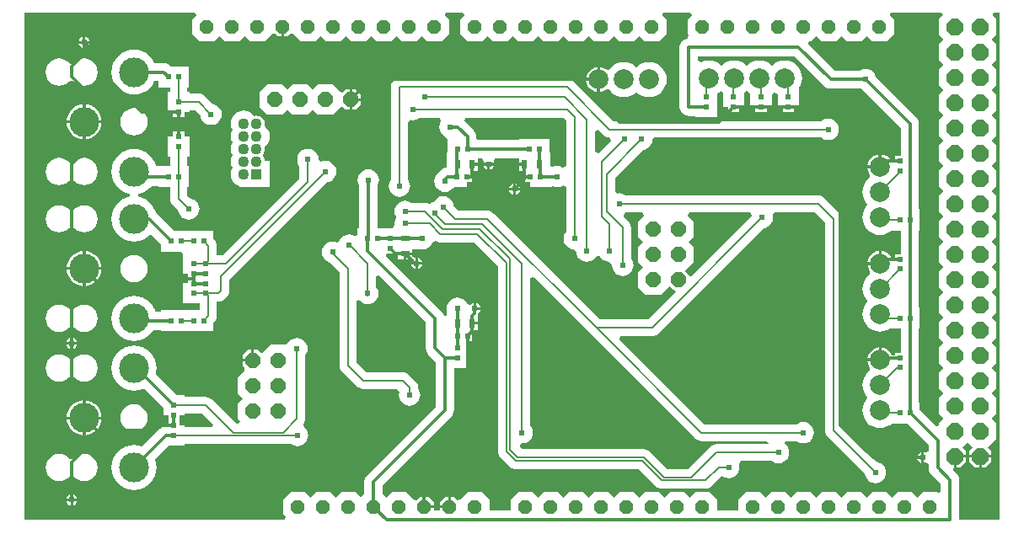
<source format=gbl>
G04 Layer_Physical_Order=2*
G04 Layer_Color=16711680*
%FSLAX44Y44*%
%MOMM*%
G71*
G01*
G75*
%ADD10R,0.5000X0.6000*%
%ADD11R,0.6000X0.9000*%
%ADD14R,0.9000X0.6000*%
%ADD15R,0.6000X0.5000*%
%ADD18C,0.1524*%
%ADD19C,0.3048*%
%ADD20P,1.5396X8X112.5*%
%ADD21P,1.6777X8X112.5*%
%ADD22P,1.6496X8X292.5*%
%ADD23C,3.0000*%
%ADD24C,1.1080*%
%ADD25R,1.1080X1.1080*%
%ADD26P,1.8145X8X292.5*%
%ADD27C,2.0000*%
%ADD28C,0.6096*%
G36*
X754046Y601498D02*
Y555348D01*
X750998Y553845D01*
X750380Y554319D01*
X747785Y555393D01*
X745000Y555760D01*
X742215Y555393D01*
X741168Y554960D01*
X740430Y555120D01*
X738153Y556777D01*
X738120Y556832D01*
Y569620D01*
X737620D01*
Y583120D01*
X707380D01*
Y581723D01*
X665120D01*
Y583120D01*
X664223D01*
Y585000D01*
X663909Y587387D01*
X662987Y589611D01*
X661522Y591522D01*
X652046Y600998D01*
X652535Y603011D01*
X653239Y604046D01*
X751498D01*
X754046Y601498D01*
D02*
G37*
G36*
X791522Y586522D02*
X793273Y585178D01*
X795312Y584334D01*
X797500Y584046D01*
X797779D01*
X799041Y580998D01*
X786502Y568459D01*
X783454Y569721D01*
Y590607D01*
X786270Y591773D01*
X791522Y586522D01*
D02*
G37*
G36*
X1190000Y200000D02*
X1149223D01*
Y240000D01*
X1148909Y242387D01*
X1147987Y244611D01*
X1146522Y246522D01*
X1142875Y250168D01*
X1143757Y252297D01*
Y263906D01*
X1145027D01*
Y265176D01*
X1155949D01*
Y269367D01*
X1152730Y272586D01*
X1153028Y273304D01*
X1157727Y278003D01*
X1162426Y273304D01*
X1162723Y272586D01*
X1159505Y269367D01*
Y265176D01*
X1170427D01*
Y263906D01*
D01*
Y265176D01*
X1181349D01*
Y269367D01*
X1178130Y272586D01*
X1178428Y273304D01*
X1186429Y281305D01*
Y297307D01*
X1181730Y302006D01*
X1186429Y306705D01*
Y322707D01*
X1181730Y327406D01*
X1186429Y332105D01*
Y348107D01*
X1181730Y352806D01*
X1186429Y357505D01*
Y373507D01*
X1181730Y378206D01*
X1186429Y382905D01*
Y398907D01*
X1181730Y403606D01*
X1186429Y408305D01*
Y424307D01*
X1181730Y429006D01*
X1186429Y433705D01*
Y449707D01*
X1181730Y454406D01*
X1186429Y459105D01*
Y475107D01*
X1181730Y479806D01*
X1186429Y484505D01*
Y500507D01*
X1181730Y505206D01*
X1186429Y509905D01*
Y525907D01*
X1181730Y530606D01*
X1186429Y535305D01*
Y551307D01*
X1181730Y556006D01*
X1186429Y560705D01*
Y576707D01*
X1181730Y581406D01*
X1186429Y586105D01*
Y602107D01*
X1181730Y606806D01*
X1186429Y611505D01*
Y627507D01*
X1181730Y632206D01*
X1186429Y636905D01*
Y652907D01*
X1181730Y657606D01*
X1186429Y662305D01*
Y678307D01*
X1181730Y683006D01*
X1186429Y687705D01*
Y703707D01*
X1182952Y707184D01*
X1184118Y710000D01*
X1190000D01*
Y200000D01*
D02*
G37*
G36*
X778628Y386916D02*
X884022Y281522D01*
X885773Y280178D01*
X887812Y279334D01*
X890000Y279046D01*
X956311D01*
X957877Y275998D01*
X957846Y275954D01*
X905000D01*
X902812Y275666D01*
X900773Y274822D01*
X899022Y273478D01*
X876568Y251024D01*
X855932D01*
X838960Y267997D01*
X838590Y268478D01*
X836839Y269822D01*
X834800Y270666D01*
X832612Y270954D01*
X710007D01*
X707503Y273589D01*
X707556Y274454D01*
X710000Y276740D01*
X712785Y277107D01*
X715380Y278181D01*
X717608Y279891D01*
X719318Y282120D01*
X720393Y284715D01*
X720760Y287500D01*
X720393Y290285D01*
X719318Y292880D01*
X718454Y294006D01*
Y443107D01*
X721270Y444273D01*
X778628Y386916D01*
D02*
G37*
G36*
X940174Y507530D02*
X940775Y505998D01*
X940651Y505060D01*
X880003Y444411D01*
X877187Y445578D01*
Y446851D01*
X873914Y450124D01*
X874582Y451736D01*
X882267Y459421D01*
Y474791D01*
X877252Y479806D01*
X882267Y484821D01*
Y500191D01*
X876460Y505998D01*
X877723Y509046D01*
X939162D01*
X940174Y507530D01*
D02*
G37*
G36*
X1132502Y707184D02*
X1129025Y703707D01*
Y687705D01*
X1133724Y683006D01*
X1129025Y678307D01*
Y662305D01*
X1133724Y657606D01*
X1129025Y652907D01*
Y636905D01*
X1133724Y632206D01*
X1129025Y627507D01*
Y611505D01*
X1133724Y606806D01*
X1129025Y602107D01*
Y586105D01*
X1133724Y581406D01*
X1129025Y576707D01*
Y560705D01*
X1133724Y556006D01*
X1129025Y551307D01*
Y535305D01*
X1133724Y530606D01*
X1129025Y525907D01*
Y509905D01*
X1133724Y505206D01*
X1129025Y500507D01*
Y484505D01*
X1133724Y479806D01*
X1129025Y475107D01*
Y459105D01*
X1133724Y454406D01*
X1129025Y449707D01*
Y433705D01*
X1133724Y429006D01*
X1129025Y424307D01*
Y408305D01*
X1133724Y403606D01*
X1129025Y398907D01*
Y382905D01*
X1133724Y378206D01*
X1129025Y373507D01*
Y357505D01*
X1133724Y352806D01*
X1129025Y348107D01*
Y332105D01*
X1133724Y327406D01*
X1129025Y322707D01*
Y306705D01*
X1133724Y302006D01*
X1129025Y297307D01*
Y295001D01*
X1126209Y293834D01*
X1109620Y310423D01*
Y318120D01*
X1108723D01*
Y391880D01*
X1109620D01*
Y413120D01*
X1108723D01*
Y490880D01*
X1109620D01*
Y512120D01*
X1108723D01*
Y598000D01*
X1108409Y600387D01*
X1107487Y602612D01*
X1106022Y604522D01*
X1065414Y645129D01*
X1065393Y645285D01*
X1064318Y647880D01*
X1062608Y650108D01*
X1060380Y651818D01*
X1057785Y652893D01*
X1055000Y653260D01*
X1052215Y652893D01*
X1049620Y651818D01*
X1049495Y651723D01*
X1023820D01*
X997385Y678158D01*
X998552Y680974D01*
X999993D01*
X1005327Y686308D01*
X1010661Y680974D01*
X1025393D01*
X1030727Y686308D01*
X1036061Y680974D01*
X1050793D01*
X1056127Y686308D01*
X1061461Y680974D01*
X1076193D01*
X1083559Y688340D01*
Y703072D01*
X1079447Y707184D01*
X1080613Y710000D01*
X1131336D01*
X1132502Y707184D01*
D02*
G37*
G36*
X880407D02*
X876295Y703072D01*
Y688340D01*
X877495Y687139D01*
X876264Y684060D01*
X875113Y683909D01*
X872889Y682987D01*
X870978Y681522D01*
X869513Y679611D01*
X868591Y677387D01*
X868277Y675000D01*
Y615000D01*
X868591Y612613D01*
X869513Y610388D01*
X870978Y608478D01*
X872889Y607013D01*
X875113Y606091D01*
X877500Y605777D01*
X884380D01*
Y604880D01*
X905620D01*
Y614880D01*
Y628360D01*
X907337Y629278D01*
X908993Y630637D01*
X911880Y629063D01*
Y614880D01*
X916960D01*
Y609960D01*
X928040D01*
Y614880D01*
X933120D01*
Y629593D01*
X935419Y631480D01*
X935780D01*
X938464Y629278D01*
X939380Y628788D01*
Y614880D01*
X944460D01*
Y609960D01*
X955540D01*
Y614880D01*
X960620D01*
Y627997D01*
X963668Y629438D01*
X963864Y629278D01*
X966880Y627665D01*
Y614880D01*
X971960D01*
Y609960D01*
X983040D01*
Y614880D01*
X988120D01*
Y633795D01*
X988421Y634163D01*
X990058Y637224D01*
X991065Y640545D01*
X991405Y643999D01*
X991065Y647453D01*
X990058Y650775D01*
X988421Y653836D01*
X986219Y656519D01*
X983537Y658721D01*
X980475Y660357D01*
X977154Y661364D01*
X973700Y661704D01*
X970246Y661364D01*
X966925Y660357D01*
X963864Y658721D01*
X961180Y656519D01*
X960819D01*
X958137Y658721D01*
X955076Y660357D01*
X951754Y661364D01*
X948300Y661704D01*
X944846Y661364D01*
X941525Y660357D01*
X938464Y658721D01*
X935780Y656519D01*
X935419D01*
X932737Y658721D01*
X929676Y660357D01*
X926354Y661364D01*
X922900Y661704D01*
X919446Y661364D01*
X916124Y660357D01*
X913064Y658721D01*
X910380Y656519D01*
X910020D01*
X907337Y658721D01*
X904276Y660357D01*
X900954Y661364D01*
X897500Y661704D01*
X894046Y661364D01*
X890724Y660357D01*
X889771Y659847D01*
X886723Y661674D01*
Y665777D01*
X983680D01*
X1013478Y635979D01*
X1013478Y635978D01*
X1015388Y634513D01*
X1017613Y633591D01*
X1020000Y633277D01*
X1049495D01*
X1049620Y633181D01*
X1052215Y632107D01*
X1052371Y632086D01*
X1090277Y594180D01*
Y566040D01*
X1084460D01*
Y561120D01*
X1080455D01*
X1080454Y561124D01*
X1078444Y563744D01*
X1075824Y565754D01*
X1072774Y567017D01*
X1070770Y567281D01*
Y554800D01*
X1069500D01*
Y553530D01*
X1057019D01*
X1057283Y551526D01*
X1058546Y548476D01*
X1059360Y547415D01*
X1059622Y544567D01*
X1058768Y543387D01*
X1056981Y541920D01*
X1054779Y539236D01*
X1053142Y536175D01*
X1052135Y532854D01*
X1051795Y529400D01*
X1052135Y525946D01*
X1053142Y522625D01*
X1054779Y519563D01*
X1056981Y516880D01*
Y516520D01*
X1054779Y513837D01*
X1053142Y510775D01*
X1052135Y507454D01*
X1051795Y504000D01*
X1052135Y500546D01*
X1053142Y497225D01*
X1054779Y494164D01*
X1056981Y491480D01*
X1059663Y489279D01*
X1062725Y487642D01*
X1066046Y486635D01*
X1069500Y486295D01*
X1072954Y486635D01*
X1076275Y487642D01*
X1079336Y489279D01*
X1081288Y490880D01*
X1090277D01*
Y467040D01*
X1084460D01*
Y462120D01*
X1081284D01*
X1080454Y464124D01*
X1078444Y466744D01*
X1075824Y468754D01*
X1072774Y470017D01*
X1070770Y470281D01*
Y457800D01*
X1069500D01*
Y456530D01*
X1057019D01*
X1057283Y454526D01*
X1058546Y451476D01*
X1059360Y450415D01*
X1059622Y447567D01*
X1058768Y446387D01*
X1056981Y444920D01*
X1054779Y442237D01*
X1053142Y439175D01*
X1052135Y435854D01*
X1051795Y432400D01*
X1052135Y428946D01*
X1053142Y425625D01*
X1054779Y422564D01*
X1056981Y419880D01*
Y419520D01*
X1054779Y416837D01*
X1053142Y413775D01*
X1052135Y410454D01*
X1051795Y407000D01*
X1052135Y403546D01*
X1053142Y400224D01*
X1054779Y397164D01*
X1056981Y394481D01*
X1059663Y392279D01*
X1062725Y390642D01*
X1066046Y389635D01*
X1069500Y389295D01*
X1072954Y389635D01*
X1076275Y390642D01*
X1076741Y390891D01*
X1079380Y391880D01*
X1079380Y391880D01*
Y391880D01*
X1079380Y391880D01*
X1090277D01*
Y368040D01*
X1084460D01*
Y365417D01*
X1081412Y364810D01*
X1080454Y367124D01*
X1078444Y369744D01*
X1075824Y371754D01*
X1072774Y373017D01*
X1070770Y373281D01*
Y360800D01*
X1069500D01*
Y359530D01*
X1057019D01*
X1057283Y357526D01*
X1058546Y354476D01*
X1059360Y353415D01*
X1059622Y350567D01*
X1058768Y349387D01*
X1056981Y347920D01*
X1054779Y345237D01*
X1053142Y342175D01*
X1052135Y338854D01*
X1051795Y335400D01*
X1052135Y331946D01*
X1053142Y328624D01*
X1054779Y325564D01*
X1056981Y322881D01*
Y322519D01*
X1054779Y319837D01*
X1053142Y316775D01*
X1052135Y313454D01*
X1051795Y310000D01*
X1052135Y306546D01*
X1053142Y303225D01*
X1054779Y300163D01*
X1056981Y297481D01*
X1059663Y295279D01*
X1062725Y293642D01*
X1066046Y292635D01*
X1069500Y292295D01*
X1072954Y292635D01*
X1076275Y293642D01*
X1079336Y295279D01*
X1081288Y296880D01*
X1097077D01*
X1118277Y275680D01*
Y268981D01*
X1115229Y267397D01*
X1114680Y267764D01*
X1113770Y267945D01*
Y262500D01*
Y257055D01*
X1114680Y257236D01*
X1115229Y257603D01*
X1118277Y256019D01*
Y252500D01*
X1118591Y250113D01*
X1119513Y247889D01*
X1120978Y245978D01*
X1130777Y236180D01*
Y228036D01*
X1127961Y226870D01*
X1126993Y227838D01*
X1112261D01*
X1106927Y222504D01*
X1101593Y227838D01*
X1086861D01*
X1081527Y222504D01*
X1076193Y227838D01*
X1061461D01*
X1056127Y222504D01*
X1050793Y227838D01*
X1036061D01*
X1030727Y222504D01*
X1025393Y227838D01*
X1010661D01*
X1005327Y222504D01*
X999993Y227838D01*
X985261D01*
X979927Y222504D01*
X974593Y227838D01*
X959861D01*
X954527Y222504D01*
X949193Y227838D01*
X934461D01*
X927095Y220472D01*
Y209223D01*
X905759D01*
Y220472D01*
X898393Y227838D01*
X883661D01*
X878327Y222504D01*
X872993Y227838D01*
X858261D01*
X852927Y222504D01*
X847593Y227838D01*
X832861D01*
X827527Y222504D01*
X822193Y227838D01*
X807461D01*
X802127Y222504D01*
X796793Y227838D01*
X782061D01*
X776727Y222504D01*
X771393Y227838D01*
X756661D01*
X751327Y222504D01*
X745993Y227838D01*
X731261D01*
X725927Y222504D01*
X720593Y227838D01*
X705861D01*
X698495Y220472D01*
Y209223D01*
X677159D01*
Y220472D01*
X669793Y227838D01*
X655061D01*
X647757Y220534D01*
X647695Y220472D01*
X644647Y219964D01*
X641853Y222758D01*
X638297D01*
Y213106D01*
X637027D01*
Y211836D01*
X627375D01*
Y209223D01*
X621279D01*
Y211836D01*
X611627D01*
Y213106D01*
X610357D01*
Y222758D01*
X606801D01*
X604007Y219964D01*
X600959Y220472D01*
X600897Y220534D01*
X593593Y227838D01*
X578861D01*
X573527Y222504D01*
X570050Y225981D01*
Y234507D01*
X639022Y303478D01*
X640487Y305389D01*
X641409Y307613D01*
X641723Y310000D01*
Y352380D01*
X655620D01*
Y362380D01*
Y379460D01*
X660040D01*
Y390460D01*
X665540D01*
Y396230D01*
X660000D01*
Y398770D01*
X665540D01*
Y404540D01*
X665540Y404540D01*
X665207Y407588D01*
X666529Y408471D01*
X667764Y410320D01*
X667945Y411230D01*
X662500D01*
Y412500D01*
X661230D01*
Y417945D01*
X660320Y417764D01*
X658471Y416529D01*
X658209Y416137D01*
X654850Y416596D01*
X654318Y417880D01*
X652608Y420108D01*
X650380Y421819D01*
X647785Y422893D01*
X645000Y423260D01*
X642215Y422893D01*
X639620Y421819D01*
X637392Y420108D01*
X635681Y417880D01*
X634607Y415285D01*
X634240Y412500D01*
X634380Y409620D01*
X634380Y409620D01*
X634380Y409620D01*
Y405373D01*
X631409Y404887D01*
X630487Y407112D01*
X629022Y409022D01*
X573131Y464912D01*
X574394Y467960D01*
X583040D01*
X585460Y466444D01*
Y461960D01*
X591230D01*
Y467500D01*
X592500D01*
Y468770D01*
X599540D01*
Y471880D01*
X604620D01*
X604620Y471880D01*
X607668Y472047D01*
X610000Y471740D01*
X612785Y472107D01*
X615380Y473181D01*
X617608Y474892D01*
X619319Y477120D01*
X620026Y478828D01*
X622923Y480101D01*
X623516Y480078D01*
X625312Y479334D01*
X627500Y479046D01*
X661498D01*
X685998Y454546D01*
Y268738D01*
X686286Y266549D01*
X686780Y265355D01*
X687130Y264510D01*
X688474Y262759D01*
X697759Y253474D01*
X699510Y252130D01*
X700355Y251780D01*
X701549Y251286D01*
X703737Y250998D01*
X827046D01*
X844500Y233544D01*
X846251Y232200D01*
X847095Y231850D01*
X848290Y231356D01*
X850478Y231068D01*
X894522D01*
X896710Y231356D01*
X897905Y231850D01*
X898749Y232200D01*
X900500Y233544D01*
X910998Y244042D01*
X912120Y243181D01*
X914715Y242107D01*
X917500Y241740D01*
X920285Y242107D01*
X922880Y243181D01*
X925108Y244891D01*
X926818Y247120D01*
X927893Y249715D01*
X928260Y252500D01*
X927893Y255285D01*
X927598Y255998D01*
X929635Y259046D01*
X960994D01*
X962120Y258181D01*
X964715Y257107D01*
X967500Y256740D01*
X970285Y257107D01*
X972880Y258181D01*
X975108Y259891D01*
X976818Y262120D01*
X977893Y264715D01*
X978260Y267500D01*
X977893Y270285D01*
X976818Y272880D01*
X975108Y275109D01*
X973950Y275998D01*
X974984Y279046D01*
X985994D01*
X987120Y278181D01*
X989715Y277107D01*
X992500Y276740D01*
X995285Y277107D01*
X997880Y278181D01*
X1000108Y279891D01*
X1001818Y282120D01*
X1002893Y284715D01*
X1003260Y287500D01*
X1002893Y290285D01*
X1001818Y292880D01*
X1000108Y295109D01*
X997880Y296819D01*
X995285Y297893D01*
X992500Y298260D01*
X989715Y297893D01*
X987120Y296819D01*
X985994Y295954D01*
X893502D01*
X807833Y381624D01*
X808999Y384440D01*
X840442D01*
X842630Y384728D01*
X843825Y385223D01*
X844669Y385572D01*
X846420Y386916D01*
X952607Y493103D01*
X954015Y493289D01*
X956610Y494364D01*
X958839Y496073D01*
X960548Y498302D01*
X961623Y500897D01*
X961990Y503682D01*
X961685Y505998D01*
X962286Y507530D01*
X963298Y509046D01*
X1003998D01*
X1014046Y498998D01*
Y290000D01*
X1014334Y287812D01*
X1014828Y286617D01*
X1015178Y285773D01*
X1016522Y284022D01*
X1054421Y246122D01*
X1054607Y244715D01*
X1055682Y242120D01*
X1057392Y239891D01*
X1059620Y238181D01*
X1062215Y237107D01*
X1065000Y236740D01*
X1067785Y237107D01*
X1070380Y238181D01*
X1072608Y239891D01*
X1074318Y242120D01*
X1075393Y244715D01*
X1075760Y247500D01*
X1075393Y250285D01*
X1074318Y252880D01*
X1072608Y255109D01*
X1070380Y256819D01*
X1067785Y257893D01*
X1066377Y258079D01*
X1030954Y293502D01*
Y502500D01*
X1030666Y504688D01*
X1029822Y506727D01*
X1028478Y508478D01*
X1013478Y523478D01*
X1011727Y524822D01*
X1010883Y525172D01*
X1009688Y525666D01*
X1007500Y525954D01*
X814006D01*
X812880Y526819D01*
X810285Y527893D01*
X807500Y528260D01*
X806502Y528129D01*
X803454Y530417D01*
Y543998D01*
X831377Y571921D01*
X832785Y572107D01*
X835380Y573181D01*
X837608Y574892D01*
X839318Y577120D01*
X840393Y579715D01*
X840760Y582500D01*
X842116Y584046D01*
X1010994D01*
X1012120Y583181D01*
X1014715Y582107D01*
X1017500Y581740D01*
X1020285Y582107D01*
X1022880Y583181D01*
X1025108Y584892D01*
X1026818Y587120D01*
X1027893Y589715D01*
X1028260Y592500D01*
X1027893Y595285D01*
X1026818Y597880D01*
X1025108Y600108D01*
X1022880Y601819D01*
X1020285Y602893D01*
X1017500Y603260D01*
X1014715Y602893D01*
X1012120Y601819D01*
X1010994Y600954D01*
X801002D01*
X760978Y640978D01*
X759227Y642322D01*
X758383Y642672D01*
X757188Y643166D01*
X755000Y643454D01*
X586740D01*
X584552Y643166D01*
X582513Y642322D01*
X580762Y640978D01*
X579418Y639227D01*
X578574Y637188D01*
X578286Y635000D01*
Y541938D01*
X577421Y540812D01*
X576347Y538217D01*
X575980Y535432D01*
X576347Y532647D01*
X577421Y530052D01*
X579132Y527823D01*
X581360Y526114D01*
X583955Y525039D01*
X586740Y524672D01*
X589525Y525039D01*
X592120Y526114D01*
X594348Y527823D01*
X596059Y530052D01*
X597133Y532647D01*
X597500Y535432D01*
X597133Y538217D01*
X596059Y540812D01*
X595194Y541938D01*
Y600022D01*
X598242Y601971D01*
X600000Y601740D01*
X602785Y602107D01*
X605380Y603181D01*
X606506Y604046D01*
X627152D01*
X628655Y600998D01*
X628181Y600380D01*
X627107Y597785D01*
X626740Y595000D01*
X627107Y592215D01*
X628181Y589620D01*
X629892Y587392D01*
X632120Y585681D01*
X632913Y585353D01*
X634880Y583120D01*
Y569620D01*
X634380D01*
Y554141D01*
X632613Y553909D01*
X630389Y552987D01*
X628478Y551522D01*
X625978Y549022D01*
X625305Y548144D01*
X624892Y547826D01*
X623181Y545598D01*
X622107Y543003D01*
X621740Y540218D01*
X622107Y537433D01*
X623181Y534838D01*
X624892Y532609D01*
X627120Y530900D01*
X629715Y529825D01*
X632500Y529458D01*
X635285Y529825D01*
X637880Y530900D01*
X640108Y532609D01*
X641467Y534380D01*
X654620D01*
Y539460D01*
X659540D01*
Y550460D01*
X665540D01*
Y556230D01*
X660000D01*
Y558770D01*
X665540D01*
Y563277D01*
X669921D01*
X671505Y560229D01*
X671138Y559680D01*
X670957Y558770D01*
X681847D01*
X681666Y559680D01*
X681299Y560229D01*
X682883Y563277D01*
X706960D01*
Y558770D01*
X712500D01*
Y556230D01*
X706960D01*
Y550460D01*
X712960D01*
Y539460D01*
X717880D01*
Y534380D01*
X738120D01*
X738120Y534380D01*
X741168Y535040D01*
X742215Y534607D01*
X745000Y534240D01*
X747785Y534607D01*
X750380Y535681D01*
X750998Y536155D01*
X754046Y534652D01*
Y489006D01*
X753182Y487880D01*
X752107Y485285D01*
X751740Y482500D01*
X752107Y479715D01*
X753182Y477120D01*
X754892Y474892D01*
X757120Y473181D01*
X759715Y472107D01*
X761413Y471883D01*
X763196Y470696D01*
X764383Y468913D01*
X764607Y467215D01*
X765682Y464620D01*
X767392Y462392D01*
X769620Y460681D01*
X772215Y459607D01*
X775000Y459240D01*
X777785Y459607D01*
X780380Y460681D01*
X782608Y462392D01*
X784318Y464620D01*
X784600Y465301D01*
X787900D01*
X788182Y464620D01*
X789892Y462392D01*
X792120Y460681D01*
X794715Y459607D01*
X797500Y459240D01*
X797695Y459266D01*
X800342Y456540D01*
X800262Y455930D01*
X800629Y453145D01*
X801703Y450550D01*
X803413Y448321D01*
X805642Y446612D01*
X808237Y445537D01*
X811022Y445170D01*
X813807Y445537D01*
X816402Y446612D01*
X818631Y448321D01*
X820340Y450550D01*
X821415Y453145D01*
X821782Y455930D01*
X821415Y458715D01*
X820340Y461310D01*
X819476Y462436D01*
Y493978D01*
X819188Y496166D01*
X818344Y498205D01*
X817000Y499956D01*
X812310Y504646D01*
X812874Y508147D01*
X812996Y508271D01*
X814006Y509046D01*
X830671D01*
X831934Y505998D01*
X826127Y500191D01*
Y484821D01*
X831142Y479806D01*
X826127Y474791D01*
Y459421D01*
X831142Y454406D01*
X826127Y449391D01*
Y434021D01*
X833812Y426336D01*
X849182D01*
X856867Y434021D01*
X858479Y434689D01*
X861752Y431416D01*
X863025D01*
X864192Y428600D01*
X836940Y401348D01*
X788108D01*
X680978Y508478D01*
X679227Y509822D01*
X678383Y510172D01*
X677188Y510666D01*
X675000Y510954D01*
X646002D01*
X641079Y515877D01*
X640893Y517285D01*
X639818Y519880D01*
X638108Y522108D01*
X635880Y523819D01*
X633285Y524893D01*
X630500Y525260D01*
X627715Y524893D01*
X625120Y523819D01*
X622892Y522108D01*
X621182Y519880D01*
X620854Y519090D01*
X619769Y518947D01*
X617174Y517872D01*
X616551Y517395D01*
X614688Y518166D01*
X612500Y518454D01*
X599006D01*
X597880Y519319D01*
X595285Y520393D01*
X592500Y520760D01*
X589715Y520393D01*
X587120Y519319D01*
X584892Y517608D01*
X583181Y515380D01*
X582107Y512785D01*
X581740Y510000D01*
X582107Y507215D01*
X583181Y504620D01*
X583662Y503994D01*
X583264Y503474D01*
X582189Y500879D01*
X581822Y498094D01*
X582076Y496168D01*
X580201Y493120D01*
X564721D01*
Y536023D01*
X564817Y536148D01*
X565891Y538743D01*
X566258Y541528D01*
X565891Y544313D01*
X564817Y546908D01*
X563106Y549137D01*
X560878Y550846D01*
X558283Y551921D01*
X555498Y552288D01*
X552713Y551921D01*
X550118Y550846D01*
X547890Y549137D01*
X546180Y546908D01*
X545105Y544313D01*
X544738Y541528D01*
X545105Y538743D01*
X546180Y536148D01*
X546275Y536023D01*
Y493120D01*
X544880D01*
Y486620D01*
X541832Y485117D01*
X541574Y485314D01*
X538979Y486389D01*
X536194Y486756D01*
X533409Y486389D01*
X530814Y485314D01*
X528586Y483605D01*
X526875Y481376D01*
X526642Y480811D01*
X525397Y478844D01*
X522819Y479248D01*
X522469Y479393D01*
X519684Y479760D01*
X516899Y479393D01*
X514304Y478318D01*
X512076Y476608D01*
X510365Y474380D01*
X509291Y471785D01*
X508924Y469000D01*
X509291Y466215D01*
X510365Y463620D01*
X512076Y461391D01*
X514304Y459681D01*
X516899Y458606D01*
X516943Y458601D01*
X526546Y448998D01*
Y355000D01*
X526834Y352812D01*
X527328Y351617D01*
X527678Y350773D01*
X529022Y349022D01*
X544022Y334022D01*
X545773Y332678D01*
X547812Y331834D01*
X550000Y331546D01*
X584610D01*
X586678Y328572D01*
X586507Y328159D01*
X586140Y325374D01*
X586507Y322589D01*
X587581Y319994D01*
X589291Y317766D01*
X591520Y316056D01*
X594115Y314981D01*
X596900Y314614D01*
X599685Y314981D01*
X602280Y316056D01*
X604509Y317766D01*
X606218Y319994D01*
X607293Y322589D01*
X607660Y325374D01*
X607293Y328159D01*
X606218Y330754D01*
X605354Y331880D01*
Y333100D01*
X605066Y335288D01*
X604222Y337327D01*
X602878Y339078D01*
X595978Y345978D01*
X594227Y347322D01*
X593383Y347672D01*
X592188Y348166D01*
X590000Y348454D01*
X553502D01*
X543454Y358502D01*
Y420016D01*
X546502Y421050D01*
X547392Y419892D01*
X549620Y418181D01*
X550700Y417734D01*
X550773Y417678D01*
X552812Y416834D01*
X555000Y416546D01*
X557188Y416834D01*
X559227Y417678D01*
X559300Y417734D01*
X560380Y418181D01*
X562608Y419892D01*
X564319Y422120D01*
X565393Y424715D01*
X565760Y427500D01*
X565393Y430285D01*
X564319Y432880D01*
X563454Y434006D01*
Y444520D01*
X566270Y445686D01*
X613277Y398680D01*
Y372500D01*
X613591Y370113D01*
X614513Y367888D01*
X615978Y365978D01*
X623277Y358680D01*
Y313820D01*
X554305Y244848D01*
X552840Y242938D01*
X551918Y240714D01*
X551604Y238327D01*
Y225981D01*
X548127Y222504D01*
X542793Y227838D01*
X528061D01*
X522727Y222504D01*
X517393Y227838D01*
X502661D01*
X497327Y222504D01*
X491993Y227838D01*
X477261D01*
X469895Y220472D01*
Y205740D01*
X472819Y202816D01*
X471652Y200000D01*
X210000D01*
Y710000D01*
X381400D01*
X382567Y707184D01*
X378455Y703072D01*
Y688340D01*
X385821Y680974D01*
X400553D01*
X405887Y686308D01*
X411221Y680974D01*
X425953D01*
X431287Y686308D01*
X436621Y680974D01*
X451353D01*
X458342Y687963D01*
X458719Y688340D01*
X461767Y688848D01*
X464561Y686054D01*
X468117D01*
Y695706D01*
X470657D01*
Y686054D01*
X474213D01*
X477007Y688848D01*
X480055Y688340D01*
X480432Y687963D01*
X487421Y680974D01*
X502153D01*
X507487Y686308D01*
X512821Y680974D01*
X527553D01*
X532887Y686308D01*
X538221Y680974D01*
X552953D01*
X558287Y686308D01*
X563621Y680974D01*
X578353D01*
X583687Y686308D01*
X589021Y680974D01*
X603753D01*
X609087Y686308D01*
X614421Y680974D01*
X629153D01*
X636519Y688340D01*
Y703072D01*
X632407Y707184D01*
X633573Y710000D01*
X650640D01*
X651807Y707184D01*
X647695Y703072D01*
Y688340D01*
X655061Y680974D01*
X669793D01*
X675127Y686308D01*
X680461Y680974D01*
X695193D01*
X700527Y686308D01*
X705861Y680974D01*
X720593D01*
X725927Y686308D01*
X731261Y680974D01*
X745993D01*
X751327Y686308D01*
X756661Y680974D01*
X771393D01*
X776727Y686308D01*
X782061Y680974D01*
X796793D01*
X802127Y686308D01*
X807461Y680974D01*
X822193D01*
X827527Y686308D01*
X832861Y680974D01*
X847593D01*
X854959Y688340D01*
Y703072D01*
X850847Y707184D01*
X852013Y710000D01*
X879240D01*
X880407Y707184D01*
D02*
G37*
%LPC*%
G36*
X483870Y382616D02*
X481085Y382249D01*
X478490Y381175D01*
X476261Y379464D01*
X474907Y377699D01*
X472500Y375796D01*
X457130D01*
X449445Y368111D01*
X447833Y367443D01*
X444560Y370716D01*
X440685D01*
Y360426D01*
X439415D01*
Y359156D01*
X429125D01*
Y355281D01*
X431187Y353219D01*
X430910Y349576D01*
X424045Y342711D01*
Y327341D01*
X429060Y322326D01*
X424045Y317311D01*
Y301941D01*
X426574Y299412D01*
X425427Y296463D01*
X423233Y296223D01*
X398478Y320978D01*
X396727Y322322D01*
X395883Y322672D01*
X394688Y323166D01*
X392500Y323454D01*
X370620D01*
Y325120D01*
X362923D01*
X341754Y346289D01*
X342293Y348066D01*
X342729Y352500D01*
X342293Y356934D01*
X340999Y361198D01*
X338899Y365128D01*
X336072Y368572D01*
X332628Y371399D01*
X328698Y373499D01*
X324434Y374793D01*
X320000Y375229D01*
X315566Y374793D01*
X311302Y373499D01*
X307372Y371399D01*
X303928Y368572D01*
X301101Y365128D01*
X299001Y361198D01*
X297707Y356934D01*
X297271Y352500D01*
X297707Y348066D01*
X299001Y343802D01*
X301101Y339872D01*
X303928Y336428D01*
X307372Y333601D01*
X311302Y331501D01*
X315566Y330207D01*
X320000Y329771D01*
X324434Y330207D01*
X328698Y331501D01*
X329844Y332113D01*
X349380Y312577D01*
Y304880D01*
X354460D01*
Y295120D01*
X349380D01*
Y293605D01*
X347889Y292987D01*
X345978Y291522D01*
X328129Y273672D01*
X324434Y274793D01*
X320000Y275229D01*
X315566Y274793D01*
X311302Y273499D01*
X307372Y271399D01*
X303928Y268572D01*
X301101Y265128D01*
X299001Y261198D01*
X297707Y256934D01*
X297271Y252500D01*
X297707Y248066D01*
X299001Y243802D01*
X301101Y239872D01*
X303928Y236428D01*
X307372Y233601D01*
X311302Y231501D01*
X315566Y230207D01*
X320000Y229771D01*
X324434Y230207D01*
X328698Y231501D01*
X332628Y233601D01*
X336072Y236428D01*
X338899Y239872D01*
X340999Y243802D01*
X342293Y248066D01*
X342729Y252500D01*
X342293Y256934D01*
X341172Y260629D01*
X355423Y274880D01*
X370620D01*
Y275998D01*
X478418D01*
X478998Y275553D01*
X481593Y274478D01*
X484378Y274111D01*
X487163Y274478D01*
X489758Y275553D01*
X491987Y277262D01*
X493697Y279491D01*
X494771Y282086D01*
X495138Y284871D01*
X494771Y287656D01*
X493697Y290251D01*
X491987Y292479D01*
X491352Y292967D01*
X490144Y295222D01*
X490825Y297047D01*
X491192Y297525D01*
X491541Y298369D01*
X492036Y299564D01*
X492324Y301752D01*
Y365350D01*
X493189Y366476D01*
X494263Y369071D01*
X494630Y371856D01*
X494263Y374641D01*
X493189Y377236D01*
X491479Y379464D01*
X489250Y381175D01*
X486655Y382249D01*
X483870Y382616D01*
D02*
G37*
G36*
X256230Y376071D02*
X252055D01*
X252236Y375161D01*
X253471Y373312D01*
X255320Y372077D01*
X256230Y371896D01*
Y376071D01*
D02*
G37*
G36*
X270000Y366237D02*
X266444Y365769D01*
X263131Y364397D01*
X260286Y362214D01*
X259370Y361020D01*
X255630D01*
X254714Y362214D01*
X251869Y364397D01*
X248556Y365769D01*
X245000Y366237D01*
X241444Y365769D01*
X238131Y364397D01*
X235286Y362214D01*
X233103Y359369D01*
X231731Y356055D01*
X231262Y352500D01*
X231731Y348945D01*
X233103Y345631D01*
X235286Y342786D01*
X238131Y340603D01*
X241444Y339231D01*
X245000Y338763D01*
X248556Y339231D01*
X251869Y340603D01*
X254714Y342786D01*
X255630Y343980D01*
X259370D01*
X260286Y342786D01*
X263131Y340603D01*
X266444Y339231D01*
X270000Y338763D01*
X273556Y339231D01*
X276869Y340603D01*
X279714Y342786D01*
X281897Y345631D01*
X283269Y348945D01*
X283738Y352500D01*
X283269Y356055D01*
X281897Y359369D01*
X279714Y362214D01*
X276869Y364397D01*
X273556Y365769D01*
X270000Y366237D01*
D02*
G37*
G36*
X438145Y370716D02*
X434270D01*
X429125Y365571D01*
Y361696D01*
X438145D01*
Y370716D01*
D02*
G37*
G36*
X1068230Y373281D02*
X1066226Y373017D01*
X1063176Y371754D01*
X1060556Y369744D01*
X1058546Y367124D01*
X1057283Y364074D01*
X1057019Y362070D01*
X1068230D01*
Y373281D01*
D02*
G37*
G36*
X262945Y376071D02*
X258770D01*
Y371896D01*
X259680Y372077D01*
X261529Y373312D01*
X262764Y375161D01*
X262945Y376071D01*
D02*
G37*
G36*
X287500Y451230D02*
X271270D01*
Y435000D01*
X273438Y435214D01*
X276745Y436217D01*
X279792Y437845D01*
X282463Y440037D01*
X284655Y442708D01*
X286283Y445755D01*
X287286Y449062D01*
X287500Y451230D01*
D02*
G37*
G36*
X268730D02*
X252500D01*
X252714Y449062D01*
X253717Y445755D01*
X255345Y442708D01*
X257537Y440037D01*
X260208Y437845D01*
X263255Y436217D01*
X266562Y435214D01*
X268730Y435000D01*
Y451230D01*
D02*
G37*
G36*
X602742Y456438D02*
X598567D01*
X598748Y455528D01*
X599983Y453679D01*
X601832Y452444D01*
X602742Y452263D01*
Y456438D01*
D02*
G37*
G36*
X320000Y466237D02*
X316444Y465769D01*
X313131Y464397D01*
X310286Y462214D01*
X308103Y459369D01*
X306731Y456055D01*
X306262Y452500D01*
X306731Y448944D01*
X308103Y445631D01*
X310286Y442786D01*
X313131Y440603D01*
X316444Y439231D01*
X320000Y438763D01*
X323555Y439231D01*
X326869Y440603D01*
X329714Y442786D01*
X331897Y445631D01*
X333269Y448944D01*
X333737Y452500D01*
X333269Y456055D01*
X331897Y459369D01*
X329714Y462214D01*
X326869Y464397D01*
X323555Y465769D01*
X320000Y466237D01*
D02*
G37*
G36*
X258770Y382786D02*
Y378611D01*
X262945D01*
X262764Y379521D01*
X261529Y381370D01*
X259680Y382605D01*
X258770Y382786D01*
D02*
G37*
G36*
X256230D02*
X255320Y382605D01*
X253471Y381370D01*
X252236Y379521D01*
X252055Y378611D01*
X256230D01*
Y382786D01*
D02*
G37*
G36*
X663770Y417945D02*
Y413770D01*
X667945D01*
X667764Y414680D01*
X666529Y416529D01*
X664680Y417764D01*
X663770Y417945D01*
D02*
G37*
G36*
X270000Y416237D02*
X266444Y415769D01*
X263131Y414397D01*
X260286Y412214D01*
X259370Y411020D01*
X255630D01*
X254714Y412214D01*
X251869Y414397D01*
X248556Y415769D01*
X245000Y416237D01*
X241444Y415769D01*
X238131Y414397D01*
X235286Y412214D01*
X233103Y409369D01*
X231731Y406055D01*
X231262Y402500D01*
X231731Y398944D01*
X233103Y395631D01*
X235286Y392786D01*
X238131Y390603D01*
X241444Y389231D01*
X245000Y388763D01*
X248556Y389231D01*
X251869Y390603D01*
X254714Y392786D01*
X255630Y393980D01*
X259370D01*
X260286Y392786D01*
X263131Y390603D01*
X266444Y389231D01*
X270000Y388763D01*
X273556Y389231D01*
X276869Y390603D01*
X279714Y392786D01*
X281897Y395631D01*
X283269Y398944D01*
X283738Y402500D01*
X283269Y406055D01*
X281897Y409369D01*
X279714Y412214D01*
X276869Y414397D01*
X273556Y415769D01*
X270000Y416237D01*
D02*
G37*
G36*
X271270Y320000D02*
Y303770D01*
X287500D01*
X287286Y305938D01*
X286283Y309245D01*
X284655Y312292D01*
X282463Y314963D01*
X279792Y317155D01*
X276745Y318783D01*
X273438Y319786D01*
X271270Y320000D01*
D02*
G37*
G36*
X258770Y225445D02*
Y221270D01*
X262945D01*
X262764Y222180D01*
X261529Y224029D01*
X259680Y225264D01*
X258770Y225445D01*
D02*
G37*
G36*
X256230D02*
X255320Y225264D01*
X253471Y224029D01*
X252236Y222180D01*
X252055Y221270D01*
X256230D01*
Y225445D01*
D02*
G37*
G36*
X1169157Y262636D02*
X1159505D01*
Y258445D01*
X1164966Y252984D01*
X1169157D01*
Y262636D01*
D02*
G37*
G36*
X1155949D02*
X1146297D01*
Y252984D01*
X1150488D01*
X1155949Y258445D01*
Y262636D01*
D02*
G37*
G36*
X616453Y222758D02*
X612897D01*
Y214376D01*
X621279D01*
Y217932D01*
X616453Y222758D01*
D02*
G37*
G36*
X635757D02*
X632201D01*
X627375Y217932D01*
Y214376D01*
X635757D01*
Y222758D01*
D02*
G37*
G36*
X262945Y218730D02*
X258770D01*
Y214555D01*
X259680Y214736D01*
X261529Y215971D01*
X262764Y217820D01*
X262945Y218730D01*
D02*
G37*
G36*
X256230D02*
X252055D01*
X252236Y217820D01*
X253471Y215971D01*
X255320Y214736D01*
X256230Y214555D01*
Y218730D01*
D02*
G37*
G36*
X287500Y301230D02*
X271270D01*
Y285000D01*
X273438Y285214D01*
X276745Y286217D01*
X279792Y287845D01*
X282463Y290037D01*
X284655Y292708D01*
X286283Y295755D01*
X287286Y299062D01*
X287500Y301230D01*
D02*
G37*
G36*
X268730D02*
X252500D01*
X252714Y299062D01*
X253717Y295755D01*
X255345Y292708D01*
X257537Y290037D01*
X260208Y287845D01*
X263255Y286217D01*
X266562Y285214D01*
X268730Y285000D01*
Y301230D01*
D02*
G37*
G36*
Y320000D02*
X266562Y319786D01*
X263255Y318783D01*
X260208Y317155D01*
X257537Y314963D01*
X255345Y312292D01*
X253717Y309245D01*
X252714Y305938D01*
X252500Y303770D01*
X268730D01*
Y320000D01*
D02*
G37*
G36*
X320000Y316238D02*
X316444Y315769D01*
X313131Y314397D01*
X310286Y312214D01*
X308103Y309369D01*
X306731Y306056D01*
X306262Y302500D01*
X306731Y298944D01*
X308103Y295631D01*
X310286Y292786D01*
X313131Y290603D01*
X316444Y289231D01*
X320000Y288762D01*
X323555Y289231D01*
X326869Y290603D01*
X329714Y292786D01*
X331897Y295631D01*
X333269Y298944D01*
X333737Y302500D01*
X333269Y306056D01*
X331897Y309369D01*
X329714Y312214D01*
X326869Y314397D01*
X323555Y315769D01*
X320000Y316238D01*
D02*
G37*
G36*
X1111230Y261230D02*
X1107055D01*
X1107236Y260320D01*
X1108471Y258471D01*
X1110320Y257236D01*
X1111230Y257055D01*
Y261230D01*
D02*
G37*
G36*
X1181349Y262636D02*
X1171697D01*
Y252984D01*
X1175888D01*
X1181349Y258445D01*
Y262636D01*
D02*
G37*
G36*
X1111230Y267945D02*
X1110320Y267764D01*
X1108471Y266529D01*
X1107236Y264680D01*
X1107055Y263770D01*
X1111230D01*
Y267945D01*
D02*
G37*
G36*
X270000Y266238D02*
X266444Y265769D01*
X263131Y264397D01*
X260286Y262214D01*
X259370Y261020D01*
X255630D01*
X254714Y262214D01*
X251869Y264397D01*
X248556Y265769D01*
X245000Y266238D01*
X241444Y265769D01*
X238131Y264397D01*
X235286Y262214D01*
X233103Y259369D01*
X231731Y256056D01*
X231262Y252500D01*
X231731Y248944D01*
X233103Y245631D01*
X235286Y242786D01*
X238131Y240603D01*
X241444Y239231D01*
X245000Y238762D01*
X248556Y239231D01*
X251869Y240603D01*
X254714Y242786D01*
X255630Y243980D01*
X259370D01*
X260286Y242786D01*
X263131Y240603D01*
X266444Y239231D01*
X270000Y238762D01*
X273556Y239231D01*
X276869Y240603D01*
X279714Y242786D01*
X281897Y245631D01*
X283269Y248944D01*
X283738Y252500D01*
X283269Y256056D01*
X281897Y259369D01*
X279714Y262214D01*
X276869Y264397D01*
X273556Y265769D01*
X270000Y266238D01*
D02*
G37*
G36*
X268730Y617500D02*
X266562Y617286D01*
X263255Y616283D01*
X260208Y614655D01*
X257537Y612463D01*
X255345Y609792D01*
X253717Y606745D01*
X252714Y603438D01*
X252500Y601270D01*
X268730D01*
Y617500D01*
D02*
G37*
G36*
X320000Y672729D02*
X315566Y672293D01*
X311302Y670999D01*
X307372Y668899D01*
X303928Y666072D01*
X301101Y662628D01*
X299001Y658698D01*
X297707Y654434D01*
X297271Y650000D01*
X297707Y645566D01*
X299001Y641302D01*
X301101Y637372D01*
X303928Y633928D01*
X307372Y631101D01*
X311302Y629001D01*
X315566Y627707D01*
X320000Y627271D01*
X324434Y627707D01*
X328698Y629001D01*
X332628Y631101D01*
X336072Y633928D01*
X338899Y637372D01*
X340719Y640777D01*
X344880D01*
Y634380D01*
X356546D01*
Y630120D01*
X354380D01*
Y609880D01*
X359460D01*
Y604960D01*
X370540D01*
Y609880D01*
X375620D01*
Y611546D01*
X381498D01*
X386921Y606123D01*
X387107Y604715D01*
X388181Y602120D01*
X389892Y599892D01*
X392120Y598181D01*
X394715Y597107D01*
X397500Y596740D01*
X400285Y597107D01*
X402880Y598181D01*
X405108Y599892D01*
X406819Y602120D01*
X407893Y604715D01*
X408260Y607500D01*
X407893Y610285D01*
X406819Y612880D01*
X405108Y615108D01*
X402880Y616819D01*
X400285Y617893D01*
X398877Y618079D01*
X390978Y625978D01*
X389227Y627322D01*
X388383Y627672D01*
X387188Y628166D01*
X385000Y628454D01*
X375620D01*
Y630120D01*
X373454D01*
Y634380D01*
X375120D01*
Y655620D01*
X357423D01*
X356522Y656522D01*
X354612Y657987D01*
X352387Y658909D01*
X350000Y659223D01*
X340719D01*
X338899Y662628D01*
X336072Y666072D01*
X332628Y668899D01*
X328698Y670999D01*
X324434Y672293D01*
X320000Y672729D01*
D02*
G37*
G36*
X548127Y621284D02*
X539237D01*
Y612394D01*
X543047D01*
X548127Y617474D01*
Y621284D01*
D02*
G37*
G36*
X271270Y617500D02*
Y601270D01*
X287500D01*
X287286Y603438D01*
X286283Y606745D01*
X284655Y609792D01*
X282463Y612463D01*
X279792Y614655D01*
X276745Y616283D01*
X273438Y617286D01*
X271270Y617500D01*
D02*
G37*
G36*
X268730Y598730D02*
X252500D01*
X252714Y596562D01*
X253717Y593255D01*
X255345Y590208D01*
X257537Y587537D01*
X260208Y585345D01*
X263255Y583717D01*
X266562Y582714D01*
X268730Y582500D01*
Y598730D01*
D02*
G37*
G36*
X271270Y685445D02*
Y681270D01*
X275445D01*
X275264Y682180D01*
X274029Y684029D01*
X272180Y685264D01*
X271270Y685445D01*
D02*
G37*
G36*
X320000Y613737D02*
X316444Y613269D01*
X313131Y611897D01*
X310286Y609714D01*
X308103Y606869D01*
X306731Y603555D01*
X306262Y600000D01*
X306731Y596445D01*
X308103Y593131D01*
X310286Y590286D01*
X313131Y588103D01*
X316444Y586731D01*
X320000Y586263D01*
X323555Y586731D01*
X326869Y588103D01*
X329714Y590286D01*
X331897Y593131D01*
X333269Y596445D01*
X333737Y600000D01*
X333269Y603555D01*
X331897Y606869D01*
X329714Y609714D01*
X326869Y611897D01*
X323555Y613269D01*
X320000Y613737D01*
D02*
G37*
G36*
X287500Y598730D02*
X271270D01*
Y582500D01*
X273438Y582714D01*
X276745Y583717D01*
X279792Y585345D01*
X282463Y587537D01*
X284655Y590208D01*
X286283Y593255D01*
X287286Y596562D01*
X287500Y598730D01*
D02*
G37*
G36*
X543047Y632714D02*
X539237D01*
Y623824D01*
X548127D01*
Y627634D01*
X543047Y632714D01*
D02*
G37*
G36*
X268730Y678730D02*
X264555D01*
X264736Y677820D01*
X265971Y675971D01*
X267820Y674736D01*
X268730Y674555D01*
Y678730D01*
D02*
G37*
G36*
X270000Y663737D02*
X266444Y663269D01*
X263131Y661897D01*
X260286Y659714D01*
X259370Y658520D01*
X255630D01*
X254714Y659714D01*
X251869Y661897D01*
X248556Y663269D01*
X245000Y663737D01*
X241444Y663269D01*
X238131Y661897D01*
X235286Y659714D01*
X233103Y656869D01*
X231731Y653556D01*
X231262Y650000D01*
X231731Y646444D01*
X233103Y643131D01*
X235286Y640286D01*
X238131Y638103D01*
X241444Y636731D01*
X245000Y636263D01*
X248556Y636731D01*
X251869Y638103D01*
X254714Y640286D01*
X255630Y641480D01*
X259370D01*
X260286Y640286D01*
X263131Y638103D01*
X266444Y636731D01*
X270000Y636263D01*
X273556Y636731D01*
X276869Y638103D01*
X279714Y640286D01*
X281897Y643131D01*
X283269Y646444D01*
X283738Y650000D01*
X283269Y653556D01*
X281897Y656869D01*
X279714Y659714D01*
X276869Y661897D01*
X273556Y663269D01*
X270000Y663737D01*
D02*
G37*
G36*
X268730Y685445D02*
X267820Y685264D01*
X265971Y684029D01*
X264736Y682180D01*
X264555Y681270D01*
X268730D01*
Y685445D01*
D02*
G37*
G36*
X275445Y678730D02*
X271270D01*
Y674555D01*
X272180Y674736D01*
X274029Y675971D01*
X275264Y677820D01*
X275445Y678730D01*
D02*
G37*
G36*
X520187Y637794D02*
X504947D01*
X499867Y632714D01*
X494787Y637794D01*
X479547D01*
X474467Y632714D01*
X469387Y637794D01*
X454147D01*
X446527Y630174D01*
Y614934D01*
X454147Y607314D01*
X469387D01*
X474467Y612394D01*
X479547Y607314D01*
X494787D01*
X499867Y612394D01*
X504947Y607314D01*
X520187D01*
X527807Y614934D01*
X529603Y615678D01*
X532887Y612394D01*
X536697D01*
Y622554D01*
Y632714D01*
X532887D01*
X529603Y629430D01*
X527807Y630174D01*
X520187Y637794D01*
D02*
G37*
G36*
X785430Y641230D02*
X774219D01*
X774483Y639226D01*
X775746Y636176D01*
X777756Y633556D01*
X780376Y631546D01*
X783426Y630283D01*
X785430Y630019D01*
Y641230D01*
D02*
G37*
G36*
X837500Y660205D02*
X834046Y659865D01*
X830724Y658858D01*
X827663Y657221D01*
X824980Y655020D01*
X824620D01*
X821937Y657221D01*
X818876Y658858D01*
X815554Y659865D01*
X812100Y660205D01*
X808646Y659865D01*
X805324Y658858D01*
X802263Y657221D01*
X799581Y655020D01*
X798113Y653232D01*
X796934Y652378D01*
X794085Y652640D01*
X793024Y653454D01*
X789974Y654717D01*
X787970Y654981D01*
Y642500D01*
Y630019D01*
X789974Y630283D01*
X793024Y631546D01*
X794085Y632360D01*
X796934Y632622D01*
X798113Y631768D01*
X799581Y629981D01*
X802263Y627779D01*
X805324Y626143D01*
X808646Y625135D01*
X812100Y624795D01*
X815554Y625135D01*
X818876Y626143D01*
X821937Y627779D01*
X824620Y629981D01*
X824980D01*
X827663Y627779D01*
X830724Y626143D01*
X834046Y625135D01*
X837500Y624795D01*
X840954Y625135D01*
X844276Y626143D01*
X847337Y627779D01*
X850020Y629981D01*
X852221Y632663D01*
X853858Y635724D01*
X854865Y639046D01*
X855205Y642500D01*
X854865Y645954D01*
X853858Y649276D01*
X852221Y652337D01*
X850020Y655020D01*
X847337Y657221D01*
X844276Y658858D01*
X840954Y659865D01*
X837500Y660205D01*
D02*
G37*
G36*
X785430Y654981D02*
X783426Y654717D01*
X780376Y653454D01*
X777756Y651444D01*
X775746Y648824D01*
X774483Y645774D01*
X774219Y643770D01*
X785430D01*
Y654981D01*
D02*
G37*
G36*
X1068230Y470281D02*
X1066226Y470017D01*
X1063176Y468754D01*
X1060556Y466744D01*
X1058546Y464124D01*
X1057283Y461074D01*
X1057019Y459070D01*
X1068230D01*
Y470281D01*
D02*
G37*
G36*
X605282Y463153D02*
Y458978D01*
X609457D01*
X609276Y459888D01*
X608041Y461737D01*
X606192Y462972D01*
X605282Y463153D01*
D02*
G37*
G36*
X701230Y531230D02*
X697055D01*
X697236Y530320D01*
X698471Y528471D01*
X700320Y527236D01*
X701230Y527055D01*
Y531230D01*
D02*
G37*
G36*
X270000Y516237D02*
X266444Y515769D01*
X263131Y514397D01*
X260286Y512214D01*
X259370Y511020D01*
X255630D01*
X254714Y512214D01*
X251869Y514397D01*
X248556Y515769D01*
X245000Y516237D01*
X241444Y515769D01*
X238131Y514397D01*
X235286Y512214D01*
X233103Y509369D01*
X231731Y506055D01*
X231262Y502500D01*
X231731Y498944D01*
X233103Y495631D01*
X235286Y492786D01*
X238131Y490603D01*
X241444Y489231D01*
X245000Y488763D01*
X248556Y489231D01*
X251869Y490603D01*
X254714Y492786D01*
X255630Y493980D01*
X259370D01*
X260286Y492786D01*
X263131Y490603D01*
X266444Y489231D01*
X270000Y488763D01*
X273556Y489231D01*
X276869Y490603D01*
X279714Y492786D01*
X281897Y495631D01*
X283269Y498944D01*
X283738Y502500D01*
X283269Y506055D01*
X281897Y509369D01*
X279714Y512214D01*
X276869Y514397D01*
X273556Y515769D01*
X270000Y516237D01*
D02*
G37*
G36*
X268730Y470000D02*
X266562Y469786D01*
X263255Y468783D01*
X260208Y467155D01*
X257537Y464963D01*
X255345Y462292D01*
X253717Y459245D01*
X252714Y455938D01*
X252500Y453770D01*
X268730D01*
Y470000D01*
D02*
G37*
G36*
X609457Y456438D02*
X605282D01*
Y452263D01*
X606192Y452444D01*
X608041Y453679D01*
X609276Y455528D01*
X609457Y456438D01*
D02*
G37*
G36*
X599540Y466230D02*
X593770D01*
Y461960D01*
X596467D01*
X597072Y461411D01*
X598515Y458978D01*
X602742D01*
Y463153D01*
X602588Y463122D01*
X600290Y464408D01*
X599540Y465106D01*
Y466230D01*
D02*
G37*
G36*
X271270Y470000D02*
Y453770D01*
X287500D01*
X287286Y455938D01*
X286283Y459245D01*
X284655Y462292D01*
X282463Y464963D01*
X279792Y467155D01*
X276745Y468783D01*
X273438Y469786D01*
X271270Y470000D01*
D02*
G37*
G36*
X707945Y531230D02*
X703770D01*
Y527055D01*
X704680Y527236D01*
X706529Y528471D01*
X707764Y530320D01*
X707945Y531230D01*
D02*
G37*
G36*
X370540Y590040D02*
X359460D01*
Y585120D01*
X354380D01*
Y564880D01*
X356546D01*
Y555620D01*
X344880D01*
Y555620D01*
X341890Y555761D01*
X340999Y558698D01*
X338899Y562628D01*
X336072Y566072D01*
X332628Y568899D01*
X328698Y570999D01*
X324434Y572293D01*
X320000Y572729D01*
X315566Y572293D01*
X311302Y570999D01*
X307372Y568899D01*
X303928Y566072D01*
X301101Y562628D01*
X299001Y558698D01*
X297707Y554434D01*
X297271Y550000D01*
X297707Y545566D01*
X299001Y541302D01*
X301101Y537372D01*
X303928Y533928D01*
X307372Y531101D01*
X311302Y529001D01*
X315566Y527707D01*
Y524793D01*
X311302Y523499D01*
X307372Y521399D01*
X303928Y518572D01*
X301101Y515128D01*
X299001Y511198D01*
X297707Y506934D01*
X297271Y502500D01*
X297707Y498066D01*
X299001Y493802D01*
X301101Y489872D01*
X303928Y486428D01*
X307372Y483601D01*
X311302Y481501D01*
X315566Y480207D01*
X320000Y479771D01*
X324434Y480207D01*
X328698Y481501D01*
X332628Y483601D01*
X336072Y486428D01*
X337937Y486519D01*
X347380Y477077D01*
Y469380D01*
X367061D01*
X369380Y467620D01*
Y447380D01*
X374460D01*
Y437620D01*
X369380D01*
Y417380D01*
X386546D01*
Y410620D01*
X347380D01*
Y409223D01*
X341599D01*
X340999Y411198D01*
X338899Y415128D01*
X336072Y418572D01*
X332628Y421399D01*
X328698Y423499D01*
X324434Y424793D01*
X320000Y425229D01*
X315566Y424793D01*
X311302Y423499D01*
X307372Y421399D01*
X303928Y418572D01*
X301101Y415128D01*
X299001Y411198D01*
X297707Y406934D01*
X297271Y402500D01*
X297707Y398066D01*
X299001Y393802D01*
X301101Y389872D01*
X303928Y386428D01*
X307372Y383601D01*
X311302Y381501D01*
X315566Y380207D01*
X320000Y379771D01*
X324434Y380207D01*
X328698Y381501D01*
X332628Y383601D01*
X336072Y386428D01*
X338899Y389872D01*
X339383Y390777D01*
X347380D01*
Y389380D01*
X400120D01*
Y398164D01*
X400978Y399022D01*
X402322Y400773D01*
X403166Y402812D01*
X403454Y405000D01*
Y419046D01*
X405000D01*
X407188Y419334D01*
X408383Y419828D01*
X409227Y420178D01*
X410978Y421522D01*
X413478Y424022D01*
X414822Y425773D01*
X415172Y426617D01*
X415666Y427812D01*
X415954Y430000D01*
Y441498D01*
X513877Y539421D01*
X515285Y539607D01*
X517880Y540681D01*
X520108Y542392D01*
X521819Y544620D01*
X522893Y547215D01*
X523260Y550000D01*
X522893Y552785D01*
X521819Y555380D01*
X520108Y557608D01*
X517880Y559319D01*
X515285Y560393D01*
X512500Y560760D01*
X509715Y560393D01*
X508326Y559818D01*
X505667Y561565D01*
X505513Y561803D01*
X505552Y562102D01*
X505185Y564887D01*
X504110Y567482D01*
X502401Y569711D01*
X500172Y571421D01*
X497577Y572495D01*
X494792Y572862D01*
X492007Y572495D01*
X489412Y571421D01*
X487183Y569711D01*
X485474Y567482D01*
X484399Y564887D01*
X484032Y562102D01*
X484399Y559317D01*
X485474Y556722D01*
X486338Y555596D01*
Y543294D01*
X408998Y465954D01*
X403454D01*
Y475000D01*
X403166Y477188D01*
X402322Y479227D01*
X400978Y480978D01*
X400120Y481836D01*
Y490620D01*
X359923D01*
X341720Y508824D01*
X340999Y511198D01*
X338899Y515128D01*
X336072Y518572D01*
X332628Y521399D01*
X328698Y523499D01*
X324434Y524793D01*
Y527707D01*
X328698Y529001D01*
X332628Y531101D01*
X336072Y533928D01*
X337590Y535777D01*
X344880D01*
Y534380D01*
X356546D01*
Y522500D01*
X356834Y520312D01*
X357328Y519118D01*
X357678Y518273D01*
X359022Y516522D01*
X364421Y511122D01*
X364607Y509715D01*
X365681Y507120D01*
X367392Y504892D01*
X369620Y503181D01*
X372215Y502107D01*
X375000Y501740D01*
X377785Y502107D01*
X380380Y503181D01*
X382608Y504892D01*
X384319Y507120D01*
X385393Y509715D01*
X385760Y512500D01*
X385393Y515285D01*
X384319Y517880D01*
X382608Y520108D01*
X380380Y521819D01*
X377785Y522893D01*
X376378Y523079D01*
X373454Y526002D01*
Y534380D01*
X375120D01*
Y555620D01*
X373454D01*
Y564880D01*
X375620D01*
Y585120D01*
X370540D01*
Y590040D01*
D02*
G37*
G36*
X681847Y556230D02*
X677672D01*
Y552055D01*
X678582Y552236D01*
X680431Y553471D01*
X681666Y555320D01*
X681847Y556230D01*
D02*
G37*
G36*
X270000Y563737D02*
X266444Y563269D01*
X263131Y561897D01*
X260286Y559714D01*
X259370Y558520D01*
X255630D01*
X254714Y559714D01*
X251869Y561897D01*
X248556Y563269D01*
X245000Y563737D01*
X241444Y563269D01*
X238131Y561897D01*
X235286Y559714D01*
X233103Y556869D01*
X231731Y553555D01*
X231262Y550000D01*
X231731Y546444D01*
X233103Y543131D01*
X235286Y540286D01*
X238131Y538103D01*
X241444Y536731D01*
X245000Y536263D01*
X248556Y536731D01*
X251869Y538103D01*
X254714Y540286D01*
X255630Y541480D01*
X259370D01*
X260286Y540286D01*
X263131Y538103D01*
X266444Y536731D01*
X270000Y536263D01*
X273556Y536731D01*
X276869Y538103D01*
X279714Y540286D01*
X281897Y543131D01*
X283269Y546444D01*
X283738Y550000D01*
X283269Y553555D01*
X281897Y556869D01*
X279714Y559714D01*
X276869Y561897D01*
X273556Y563269D01*
X270000Y563737D01*
D02*
G37*
G36*
X1068230Y567281D02*
X1066226Y567017D01*
X1063176Y565754D01*
X1060556Y563744D01*
X1058546Y561124D01*
X1057283Y558074D01*
X1057019Y556070D01*
X1068230D01*
Y567281D01*
D02*
G37*
G36*
X703770Y537945D02*
Y533770D01*
X707945D01*
X707764Y534680D01*
X706529Y536529D01*
X704680Y537764D01*
X703770Y537945D01*
D02*
G37*
G36*
X701230D02*
X700320Y537764D01*
X698471Y536529D01*
X697236Y534680D01*
X697055Y533770D01*
X701230D01*
Y537945D01*
D02*
G37*
G36*
X675132Y556230D02*
X670957D01*
X671138Y555320D01*
X672373Y553471D01*
X674222Y552236D01*
X675132Y552055D01*
Y556230D01*
D02*
G37*
G36*
X430525Y611444D02*
X427090Y610991D01*
X423888Y609665D01*
X421139Y607556D01*
X419030Y604807D01*
X417704Y601605D01*
X417251Y598170D01*
X417704Y594734D01*
X418911Y591820D01*
X417704Y588905D01*
X417251Y585470D01*
X417704Y582034D01*
X418911Y579120D01*
X417704Y576205D01*
X417251Y572770D01*
X417704Y569334D01*
X418911Y566420D01*
X417704Y563506D01*
X417251Y560070D01*
X417704Y556634D01*
X418911Y553720D01*
X417704Y550806D01*
X417251Y547370D01*
X417704Y543935D01*
X419030Y540733D01*
X421139Y537984D01*
X423888Y535875D01*
X427090Y534549D01*
X430525Y534096D01*
X431387Y534210D01*
X456385D01*
Y560530D01*
X451314D01*
X451097Y562179D01*
X450283Y564145D01*
X450276Y564154D01*
X449253Y566420D01*
X450276Y568686D01*
X450283Y568695D01*
X451097Y570661D01*
X451375Y572770D01*
X451097Y574879D01*
X451083Y574912D01*
X452611Y576084D01*
X454720Y578833D01*
X456046Y582034D01*
X456498Y585470D01*
X456046Y588905D01*
X454720Y592107D01*
X452611Y594856D01*
X451083Y596028D01*
X451097Y596061D01*
X451375Y598170D01*
X451097Y600279D01*
X450283Y602245D01*
X448988Y603933D01*
X447300Y605228D01*
X445334Y606042D01*
X443225Y606320D01*
X441116Y606042D01*
X441083Y606028D01*
X439911Y607556D01*
X437162Y609665D01*
X433960Y610991D01*
X430525Y611444D01*
D02*
G37*
%LPD*%
G36*
X399821Y295722D02*
X398655Y292906D01*
X370620D01*
Y295120D01*
X365540D01*
Y304880D01*
X370620D01*
Y306546D01*
X388998D01*
X399821Y295722D01*
D02*
G37*
D10*
X645000Y385000D02*
D03*
X655000D02*
D03*
X644500Y545000D02*
D03*
X654500D02*
D03*
X718000Y545000D02*
D03*
X728000D02*
D03*
X357500Y480000D02*
D03*
X367500D02*
D03*
X357500Y400000D02*
D03*
X367500D02*
D03*
X655000Y572500D02*
D03*
X645000D02*
D03*
X727500Y572500D02*
D03*
X717500D02*
D03*
X555000Y482500D02*
D03*
X565000D02*
D03*
X380000Y480000D02*
D03*
X390000D02*
D03*
X380000Y400000D02*
D03*
X390000D02*
D03*
X355000Y645000D02*
D03*
X365000D02*
D03*
X355000Y545000D02*
D03*
X365000D02*
D03*
X1089500Y501500D02*
D03*
X1099500D02*
D03*
X1089500Y402500D02*
D03*
X1099500D02*
D03*
X1089500Y307500D02*
D03*
X1099500D02*
D03*
D11*
X645000Y397500D02*
D03*
X660000D02*
D03*
X645000Y557500D02*
D03*
X660000D02*
D03*
X712500Y557500D02*
D03*
X727500D02*
D03*
D14*
X592500Y482500D02*
D03*
Y467500D02*
D03*
D15*
X380000Y457500D02*
D03*
Y447500D02*
D03*
Y437500D02*
D03*
Y427500D02*
D03*
X922500Y615000D02*
D03*
Y625000D02*
D03*
X950000Y615000D02*
D03*
Y625000D02*
D03*
X977500Y615000D02*
D03*
Y625000D02*
D03*
X1090000Y363000D02*
D03*
Y353000D02*
D03*
Y462000D02*
D03*
Y452000D02*
D03*
Y561000D02*
D03*
Y551000D02*
D03*
X577500Y483000D02*
D03*
Y473000D02*
D03*
X392500Y457500D02*
D03*
Y447500D02*
D03*
X645000Y362500D02*
D03*
Y372500D02*
D03*
X392500Y437500D02*
D03*
Y427500D02*
D03*
X365000Y620000D02*
D03*
Y610000D02*
D03*
Y585000D02*
D03*
Y575000D02*
D03*
X360000Y315000D02*
D03*
Y305000D02*
D03*
Y295000D02*
D03*
Y285000D02*
D03*
X895000Y625000D02*
D03*
Y615000D02*
D03*
D18*
X784606Y392894D02*
X890000Y287500D01*
X675000Y502500D02*
X784606Y392894D01*
X840442D01*
X951230Y503682D01*
X807500Y517500D02*
X1007500D01*
X1022500Y502500D01*
X469618Y287500D02*
X483870Y301752D01*
Y371856D01*
X880070Y242570D02*
X905000Y267500D01*
X852430Y242570D02*
X880070D01*
X832612Y262388D02*
X852430Y242570D01*
X894522Y239522D02*
X907500Y252500D01*
X850478Y239522D02*
X894522D01*
X830548Y259452D02*
X850478Y239522D01*
X705000Y262500D02*
X832612D01*
Y262388D02*
Y262500D01*
X616906Y498094D02*
X627500Y487500D01*
X592582Y498094D02*
X616906D01*
X795000Y510000D02*
X811022Y493978D01*
Y455930D02*
Y493978D01*
X412500Y457500D02*
X494792Y539792D01*
Y562102D01*
X407500Y445000D02*
X512500Y550000D01*
X586740Y635000D02*
X755000D01*
X586740Y535432D02*
Y635000D01*
X622554Y507446D02*
Y508554D01*
Y507446D02*
X632500Y497500D01*
X630500Y514500D02*
X642500Y502500D01*
X519684Y467816D02*
Y469000D01*
Y467816D02*
X535000Y452500D01*
X536194Y475996D02*
X536504D01*
X555000Y457500D01*
X420000Y287500D02*
X469618D01*
X360000Y284452D02*
X483959D01*
X484378Y284871D01*
X596900Y325374D02*
Y333100D01*
X590000Y340000D02*
X596900Y333100D01*
X973700Y643999D02*
X977500Y640199D01*
Y625000D02*
Y640199D01*
X948300Y643999D02*
X950000Y642299D01*
Y625000D02*
Y642299D01*
X922500Y643599D02*
X922900Y643999D01*
X922500Y625000D02*
Y643599D01*
X895000Y641499D02*
X897500Y643999D01*
X895000Y625000D02*
Y641499D01*
X1069500Y529400D02*
X1090000Y549900D01*
Y551000D01*
X1069500Y504000D02*
X1072000Y501500D01*
X1089500D01*
X1069500Y432400D02*
X1070400D01*
X1090000Y452000D01*
X1069500Y407000D02*
X1074000Y402500D01*
X1089500D01*
X1069500Y335400D02*
X1087100Y353000D01*
X1090000D01*
X1069500Y310000D02*
X1072000Y307500D01*
X1089500D01*
X360000Y284452D02*
Y285000D01*
X392500Y315000D02*
X420000Y287500D01*
X360000Y315000D02*
X392500D01*
X320000Y352500D02*
X322500D01*
X320000Y402500D02*
X322500Y400000D01*
X367500D02*
X380000D01*
X392500Y427500D02*
X395000Y425000D01*
Y405000D02*
Y425000D01*
X390000Y400000D02*
X395000Y405000D01*
X380000Y427500D02*
X392500D01*
X380000Y457500D02*
X392500D01*
X395000Y460000D01*
Y475000D01*
X390000Y480000D02*
X395000Y475000D01*
X367500Y480000D02*
X380000D01*
X320000Y502500D02*
X335000D01*
X385000Y620000D02*
X397500Y607500D01*
X365000Y620000D02*
X385000D01*
X365000Y522500D02*
X375000Y512500D01*
X365000Y522500D02*
Y545000D01*
X320000Y550000D02*
X325000Y545000D01*
X365000Y575000D02*
X365000Y575000D01*
X365000Y545000D02*
Y575000D01*
Y620000D02*
X365000Y620000D01*
X365000Y620000D02*
Y645000D01*
X555000Y427500D02*
Y457500D01*
Y425000D02*
Y427500D01*
X535000Y355000D02*
Y452500D01*
Y355000D02*
X550000Y340000D01*
X590000D01*
X392500Y427500D02*
X405000D01*
X407500Y430000D01*
Y445000D01*
X392500Y457500D02*
X412500D01*
X612500Y625000D02*
X752500D01*
X775000Y602500D01*
X755000Y612500D02*
X762500Y605000D01*
X600000Y612500D02*
X755000D01*
X762500Y482500D02*
Y605000D01*
X775000Y470000D02*
Y602500D01*
X795000Y547500D02*
X830000Y582500D01*
X795000Y510000D02*
Y547500D01*
X790000Y560000D02*
X812500Y582500D01*
X790000Y505000D02*
Y560000D01*
Y505000D02*
X797500Y497500D01*
Y470000D02*
Y497500D01*
X907500Y252500D02*
X917500D01*
X703737Y259452D02*
X830548D01*
X905000Y267500D02*
X967500D01*
X694452Y268738D02*
X703737Y259452D01*
X694452Y268738D02*
Y458048D01*
X665000Y487500D02*
X694452Y458048D01*
X710000Y287500D02*
Y457500D01*
X670000Y497500D02*
X710000Y457500D01*
X632500Y497500D02*
X670000D01*
X697500Y270000D02*
X705000Y262500D01*
X697500Y270000D02*
Y462500D01*
X667500Y492500D02*
X697500Y462500D01*
X890000Y287500D02*
X992500D01*
X642500Y502500D02*
X675000D01*
X627500Y487500D02*
X665000D01*
X630000Y492500D02*
X667500D01*
X612500Y510000D02*
X630000Y492500D01*
X592500Y510000D02*
X612500D01*
X797500Y592500D02*
X1017500D01*
X755000Y635000D02*
X797500Y592500D01*
X1022500Y290000D02*
Y502500D01*
Y290000D02*
X1065000Y247500D01*
D19*
X676402Y557500D02*
X712500D01*
X660000D02*
X676402D01*
X592500Y467500D02*
X602292Y457708D01*
X604012D01*
X632500Y540218D02*
Y542500D01*
X635000Y545000D01*
X555498Y482998D02*
Y541528D01*
X555000Y482500D02*
X555498Y482998D01*
X655000Y315000D02*
Y385000D01*
X611627Y271627D02*
X655000Y315000D01*
X611627Y213106D02*
Y271627D01*
X895000Y615000D02*
X895000Y615000D01*
X877500Y615000D02*
X895000D01*
X877500D02*
Y675000D01*
X987500D01*
X1020000Y642500D01*
X1055000D01*
X1069500Y554800D02*
X1075700Y561000D01*
X1090000D01*
X1069500Y457800D02*
X1073700Y462000D01*
X1090000D01*
X1069500Y360800D02*
X1071700Y363000D01*
X1090000D01*
X632500Y310000D02*
Y362500D01*
X560827Y238327D02*
X632500Y310000D01*
X560827Y213106D02*
Y238327D01*
X655000Y572500D02*
Y585000D01*
X645000Y595000D02*
X655000Y585000D01*
X637500Y595000D02*
X645000D01*
X632500Y362500D02*
X645000D01*
X622500Y372500D02*
X632500Y362500D01*
X622500Y372500D02*
Y402500D01*
X555000Y470000D02*
X622500Y402500D01*
X555000Y470000D02*
Y482500D01*
X270000Y302500D02*
X282500Y290000D01*
X337500D01*
X342500Y295000D01*
X360000D01*
Y305000D01*
X320000Y252500D02*
X352500Y285000D01*
X360000D01*
X322500Y352500D02*
X360000Y315000D01*
X380000Y442500D02*
Y447500D01*
Y437500D02*
Y442500D01*
X270000Y452500D02*
X287500Y435000D01*
X340000D01*
X347500Y442500D01*
X380000D01*
X322500Y400000D02*
X357500D01*
X380000Y447500D02*
X392500D01*
X380000Y437500D02*
X392500D01*
X335000Y502500D02*
X357500Y480000D01*
X270000Y680000D02*
X287500Y662500D01*
Y650000D02*
Y662500D01*
Y650000D02*
X327500Y610000D01*
X365000D01*
X325000Y545000D02*
X355000D01*
X365000Y585000D02*
Y610000D01*
X350000Y650000D02*
X355000Y645000D01*
X320000Y650000D02*
X350000D01*
X660000Y390000D02*
Y397500D01*
X655000Y385000D02*
X660000Y390000D01*
X662500Y407500D02*
Y412500D01*
X660000Y405000D02*
X662500Y407500D01*
X660000Y397500D02*
Y405000D01*
X645000Y372500D02*
Y397500D01*
Y412500D01*
X577500Y473000D02*
X583000Y467500D01*
X592500D01*
X565000Y482500D02*
X592500D01*
X610000D01*
X727500Y557500D02*
Y572500D01*
X728000Y545000D02*
Y557000D01*
Y545000D02*
X745000D01*
X702500Y532500D02*
X712500Y542500D01*
Y545000D01*
X712500Y545000D02*
X718000D01*
X712500Y545000D02*
X712500Y545000D01*
X712500Y545000D02*
Y557500D01*
X655000Y572500D02*
X717500D01*
X660000Y545000D02*
Y557500D01*
X654500Y545000D02*
X660000D01*
X644500D02*
Y572000D01*
X635000Y545000D02*
X644500D01*
X1055000Y642500D02*
X1099500Y598000D01*
Y501500D02*
Y598000D01*
Y402500D02*
Y501500D01*
Y307500D02*
Y402500D01*
Y307500D02*
X1127500Y279500D01*
Y252500D02*
Y279500D01*
Y252500D02*
X1140000Y240000D01*
Y200000D02*
Y240000D01*
X573933Y200000D02*
X1140000D01*
X560827Y213106D02*
X573933Y200000D01*
X1062500Y262500D02*
X1112500D01*
X1030000Y295000D02*
X1062500Y262500D01*
X1030000Y295000D02*
Y532500D01*
X1030800Y360800D02*
X1069500D01*
X1030300Y457800D02*
X1069500D01*
X1030000Y532500D02*
X1052300Y554800D01*
X1069500D01*
Y593000D01*
X1047500Y615000D02*
X1069500Y593000D01*
X977500Y615000D02*
X1047500D01*
X950000D02*
X977500D01*
X922500D02*
X950000D01*
X907500Y600000D02*
X922500Y615000D01*
X807500Y600000D02*
X907500D01*
X786700Y620800D02*
X807500Y600000D01*
X786700Y620800D02*
Y642500D01*
X537967Y622554D02*
X557913Y642500D01*
X786700D01*
X257500Y257500D02*
X270000Y270000D01*
X257500Y220000D02*
Y257500D01*
X270000Y270000D02*
Y302500D01*
Y330000D01*
X257500Y342500D02*
X270000Y330000D01*
X257500Y342500D02*
Y412500D01*
X270000Y425000D02*
Y452500D01*
X257500Y412500D02*
X270000Y425000D01*
Y452500D02*
Y480000D01*
X257500Y492500D02*
X270000Y480000D01*
X257500Y492500D02*
Y557500D01*
X270000Y570000D01*
Y600000D01*
X257500Y655596D02*
X270000Y668096D01*
X257500Y645000D02*
Y655596D01*
Y645000D02*
X270000Y632500D01*
Y600000D02*
Y632500D01*
Y668096D02*
Y680000D01*
D20*
X1119627Y213106D02*
D03*
X1094227D02*
D03*
X1068827D02*
D03*
X1043427D02*
D03*
X1018027D02*
D03*
X992627D02*
D03*
X967227D02*
D03*
X941827D02*
D03*
X891027D02*
D03*
X865627D02*
D03*
X840227D02*
D03*
X814827D02*
D03*
X789427D02*
D03*
X764027D02*
D03*
X738627D02*
D03*
X713227D02*
D03*
X393187Y695706D02*
D03*
X418587D02*
D03*
X443987D02*
D03*
X469387D02*
D03*
X494787D02*
D03*
X520187D02*
D03*
X545587D02*
D03*
X570987D02*
D03*
X596387D02*
D03*
X621787D02*
D03*
X662427D02*
D03*
X687827D02*
D03*
X713227D02*
D03*
X738627D02*
D03*
X764027D02*
D03*
X789427D02*
D03*
X814827D02*
D03*
X840227D02*
D03*
X662427Y213106D02*
D03*
X637027D02*
D03*
X611627D02*
D03*
X586227D02*
D03*
X560827D02*
D03*
X535427D02*
D03*
X510027D02*
D03*
X484627D02*
D03*
X1068827Y695706D02*
D03*
X1043427D02*
D03*
X1018027D02*
D03*
X992627D02*
D03*
X967227D02*
D03*
X941827D02*
D03*
X916427D02*
D03*
X891027D02*
D03*
D21*
X439415Y360426D02*
D03*
X464815D02*
D03*
X439415Y335026D02*
D03*
X464815D02*
D03*
X439415Y309626D02*
D03*
X464815D02*
D03*
X866897Y441706D02*
D03*
X841497D02*
D03*
X866897Y467106D02*
D03*
X841497D02*
D03*
X866897Y492506D02*
D03*
X841497D02*
D03*
D22*
X461767Y622554D02*
D03*
X487167D02*
D03*
X512567D02*
D03*
X537967D02*
D03*
D23*
X270000Y302500D02*
D03*
X320000Y352500D02*
D03*
Y252500D02*
D03*
X270000Y600000D02*
D03*
X320000Y650000D02*
D03*
Y550000D02*
D03*
X270000Y452500D02*
D03*
X320000Y502500D02*
D03*
Y402500D02*
D03*
D24*
X430525Y598170D02*
D03*
X443225D02*
D03*
X430525Y585470D02*
D03*
X443225D02*
D03*
X430525Y572770D02*
D03*
X443225D02*
D03*
X430525Y560070D02*
D03*
X443225D02*
D03*
X430525Y547370D02*
D03*
D25*
X443225D02*
D03*
D26*
X1170427Y263906D02*
D03*
X1145027D02*
D03*
X1170427Y289306D02*
D03*
X1145027D02*
D03*
X1170427Y314706D02*
D03*
X1145027D02*
D03*
X1170427Y340106D02*
D03*
X1145027D02*
D03*
X1170427Y365506D02*
D03*
X1145027D02*
D03*
X1170427Y390906D02*
D03*
X1145027D02*
D03*
X1170427Y416306D02*
D03*
X1145027D02*
D03*
X1170427Y441706D02*
D03*
X1145027D02*
D03*
X1170427Y467106D02*
D03*
X1145027D02*
D03*
X1170427Y492506D02*
D03*
X1145027D02*
D03*
X1170427Y517906D02*
D03*
X1145027D02*
D03*
X1170427Y543306D02*
D03*
X1145027D02*
D03*
X1170427Y568706D02*
D03*
X1145027D02*
D03*
X1170427Y594106D02*
D03*
X1145027D02*
D03*
X1170427Y619506D02*
D03*
X1145027D02*
D03*
X1170427Y644906D02*
D03*
X1145027D02*
D03*
X1170427Y670306D02*
D03*
X1145027D02*
D03*
X1170427Y695706D02*
D03*
X1145027D02*
D03*
D27*
X1069500Y554800D02*
D03*
Y529400D02*
D03*
Y504000D02*
D03*
Y457800D02*
D03*
Y432400D02*
D03*
Y407000D02*
D03*
Y360800D02*
D03*
Y335400D02*
D03*
Y310000D02*
D03*
X786700Y642500D02*
D03*
X812100D02*
D03*
X837500D02*
D03*
X948300Y643999D02*
D03*
X922900D02*
D03*
X897500D02*
D03*
X973700D02*
D03*
D28*
X951230Y503682D02*
D03*
X676402Y557500D02*
D03*
X604012Y457708D02*
D03*
X483870Y371856D02*
D03*
X592582Y498094D02*
D03*
X811022Y455930D02*
D03*
X632500Y540218D02*
D03*
X494792Y562102D02*
D03*
X512500Y550000D02*
D03*
X555498Y541528D02*
D03*
X586740Y535432D02*
D03*
X622554Y508554D02*
D03*
X630500Y514500D02*
D03*
X519684Y469000D02*
D03*
X536194Y475996D02*
D03*
X484378Y284871D02*
D03*
X596900Y325374D02*
D03*
X637500Y595000D02*
D03*
X375000Y512500D02*
D03*
X397500Y607500D02*
D03*
X555000Y427500D02*
D03*
X600000Y612500D02*
D03*
X612500Y625000D02*
D03*
X830000Y582500D02*
D03*
X812500D02*
D03*
X797500Y470000D02*
D03*
X917500Y252500D02*
D03*
X967500Y267500D02*
D03*
X710000Y287500D02*
D03*
X992500D02*
D03*
X1017500Y592500D02*
D03*
X1065000Y247500D02*
D03*
X807500Y517500D02*
D03*
X775000Y470000D02*
D03*
X762500Y482500D02*
D03*
X592500Y510000D02*
D03*
X662500Y412500D02*
D03*
X645000D02*
D03*
X610000Y482500D02*
D03*
X745000Y545000D02*
D03*
X702500Y532500D02*
D03*
X1055000Y642500D02*
D03*
X1112500Y262500D02*
D03*
X257500Y220000D02*
D03*
Y377341D02*
D03*
X270000Y680000D02*
D03*
M02*

</source>
